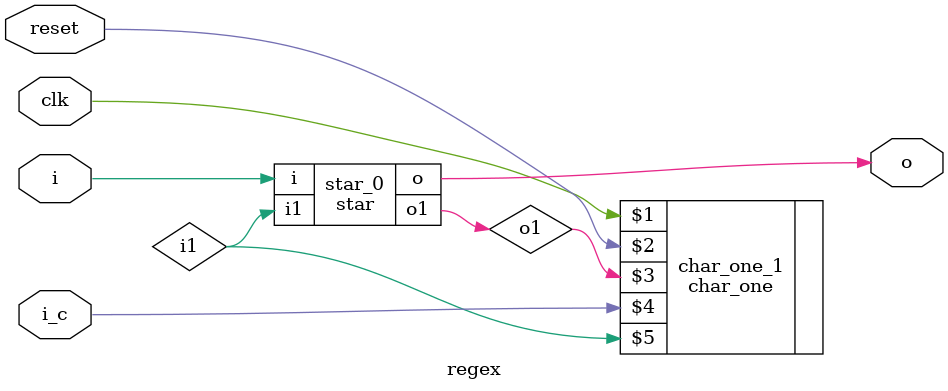
<source format=v>
module star (input wire i, output wire o, input wire i1, output wire o1);
   or2 or2_0 (i, i1, o1);
   assign o = o1;
endmodule

module regex (input wire clk, reset, i, input wire i_c, output wire o);
   wire i1, o1;
   star star_0 (i, o, i1, o1);
   char_one char_one_1 (clk, reset, o1, i_c, i1);
endmodule

</source>
